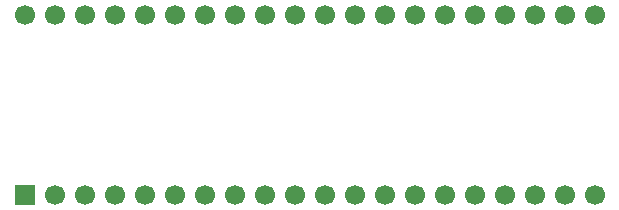
<source format=gbr>
%TF.GenerationSoftware,KiCad,Pcbnew,9.0.3*%
%TF.CreationDate,2025-08-15T22:36:12-07:00*%
%TF.ProjectId,keyboardpls,6b657962-6f61-4726-9470-6c732e6b6963,rev?*%
%TF.SameCoordinates,Original*%
%TF.FileFunction,Soldermask,Top*%
%TF.FilePolarity,Negative*%
%FSLAX46Y46*%
G04 Gerber Fmt 4.6, Leading zero omitted, Abs format (unit mm)*
G04 Created by KiCad (PCBNEW 9.0.3) date 2025-08-15 22:36:12*
%MOMM*%
%LPD*%
G01*
G04 APERTURE LIST*
%ADD10C,1.700000*%
%ADD11R,1.700000X1.700000*%
G04 APERTURE END LIST*
D10*
%TO.C,U4*%
X72112500Y-80350000D03*
X74652500Y-80350000D03*
X77192500Y-80350000D03*
X79732500Y-80350000D03*
X82272500Y-80350000D03*
X84812500Y-80350000D03*
X87352500Y-80350000D03*
X89892500Y-80350000D03*
X92432500Y-80350000D03*
X94972500Y-80350000D03*
X97512500Y-80350000D03*
X100052500Y-80350000D03*
X102592500Y-80350000D03*
X105132500Y-80350000D03*
X107672500Y-80350000D03*
X110212500Y-80350000D03*
X112752500Y-80350000D03*
X115292500Y-80350000D03*
X117832500Y-80350000D03*
X120372500Y-80350000D03*
X120372500Y-95590000D03*
X117832500Y-95590000D03*
X115292500Y-95590000D03*
X112752500Y-95590000D03*
X110212500Y-95590000D03*
X107672500Y-95590000D03*
X105132500Y-95590000D03*
X102592500Y-95590000D03*
X100052500Y-95590000D03*
X97512500Y-95590000D03*
X94972500Y-95590000D03*
X92432500Y-95590000D03*
X89892500Y-95590000D03*
X87352500Y-95590000D03*
X84812500Y-95590000D03*
X82272500Y-95590000D03*
X79732500Y-95590000D03*
X77192500Y-95590000D03*
X74652500Y-95590000D03*
D11*
X72112500Y-95590000D03*
%TD*%
M02*

</source>
